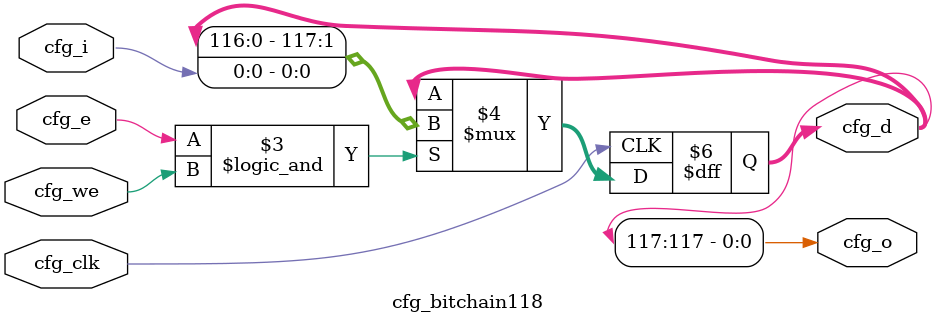
<source format=v>
module cfg_bitchain118 (
    input wire [0:0] cfg_clk,
    input wire [0:0] cfg_e,
    input wire [0:0] cfg_we,
    input wire [0:0] cfg_i,
    output reg [0:0] cfg_o,
    output reg [117:0] cfg_d
    );

    // combinational outputs
    always @* begin
        cfg_o = cfg_d[117];
    end

    always @(posedge cfg_clk) begin
        if (cfg_e && cfg_we) begin
            cfg_d <= {cfg_d, cfg_i};
        end
    end

endmodule

</source>
